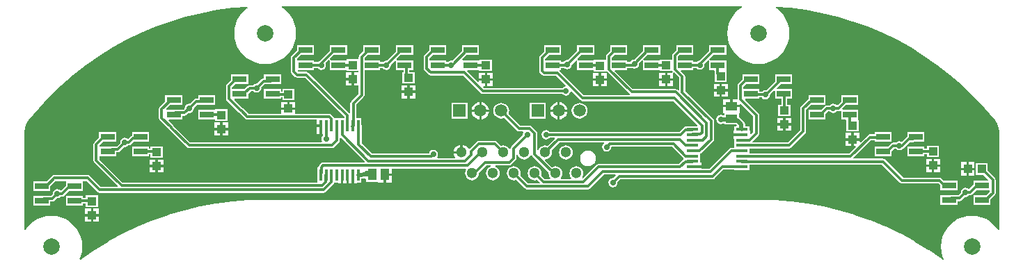
<source format=gtl>
%FSTAX23Y23*%
%MOMM*%
%SFA1B1*%

%IPPOS*%
%ADD10R,1.099998X0.999998*%
%ADD11R,0.999998X1.099998*%
%ADD12R,1.099998X1.399997*%
%ADD13R,1.449997X0.389999*%
%ADD14R,0.389999X1.449997*%
%ADD15R,1.399997X1.099998*%
%ADD16R,1.659997X0.789998*%
%ADD17C,0.299999*%
%ADD18C,0.499999*%
%ADD19C,1.499997*%
%ADD20R,1.499997X1.499997*%
%ADD21C,1.299997*%
%ADD22C,1.999996*%
%ADD23C,0.699999*%
%LNfront_sensor-1*%
%LPD*%
G36*
X27999Y24169D02*
X27789Y24039D01*
X27339Y23659*
X26959Y23209*
X26649Y22709*
X26419Y22159*
X26279Y21589*
X26239Y20999*
X26279Y20409*
X26419Y19839*
X26649Y19289*
X26959Y18789*
X27339Y18339*
X27789Y17959*
X28289Y17649*
X28839Y17419*
X29409Y17279*
X29999Y17239*
X30589Y17279*
X31159Y17419*
X31709Y17649*
X32209Y17959*
X32659Y18339*
X33039Y18789*
X33349Y19289*
X33579Y19839*
X33719Y20409*
X33759Y20999*
X33719Y21589*
X33579Y22159*
X33349Y22709*
X33039Y23209*
X32659Y23659*
X32209Y24039*
X32119Y24099*
X32159Y24229*
X33879Y24089*
X35809Y23829*
X37719Y23469*
X39609Y23019*
X41479Y22459*
X43309Y21799*
X45099Y21049*
X46859Y20209*
X48559Y19269*
X50209Y18239*
X51809Y17129*
X53349Y15939*
X54819Y14669*
X56219Y13319*
X57539Y11889*
X58779Y10429*
X59059Y09969*
X59229Y09489*
X59289Y08939*
Y-02959*
X59169Y-02999*
X59039Y-02789*
X58659Y-02339*
X58209Y-01959*
X57709Y-01649*
X57159Y-01419*
X56589Y-01279*
X55999Y-01239*
X55409Y-01279*
X54839Y-01419*
X54289Y-01649*
X53789Y-01959*
X53339Y-02339*
X52959Y-02789*
X52649Y-03289*
X52419Y-03839*
X52279Y-04409*
X52239Y-04999*
X52279Y-05589*
X52419Y-06159*
X52569Y-06519*
X52469Y-06599*
X52379Y-06539*
X52369Y-06529*
X52349Y-06519*
X50739Y-05409*
X50719*
X50709Y-05389*
X49039Y-04379*
X49019Y-04369*
X49009Y-04359*
X47289Y-03429*
X47269Y-03419*
X47259Y-03409*
X45489Y-02579*
X45469Y-02569*
X45459Y-02559*
X43649Y-01819*
X43629Y-01809*
X43619Y-01799*
X41769Y-01149*
X41749*
X41739Y-01139*
X39859Y-00589*
X39839*
X39829Y-00579*
X37929Y-00129*
X37909Y-00119*
X37889*
X35969Y00239*
X35949*
X35929*
X33989Y00499*
X33979*
X33959*
X32009Y00649*
X31989*
X31969*
X30019Y00709*
X30009Y00699*
X29999Y00709*
X-29999*
X-30009Y00699*
X-30019Y00709*
X-31969Y00649*
X-31989*
X-32009*
X-33959Y00499*
X-33979*
X-33989*
X-35929Y00239*
X-35949*
X-35969*
X-37889Y-00119*
X-37909*
X-37929Y-00129*
X-39829Y-00579*
X-39839Y-00589*
X-39859*
X-41739Y-01139*
X-41749Y-01149*
X-41769*
X-43619Y-01799*
X-43629Y-01809*
X-43649Y-01819*
X-45459Y-02559*
X-45469Y-02569*
X-45489Y-02579*
X-47259Y-03409*
X-47269Y-03419*
X-47289Y-03429*
X-49009Y-04359*
X-49019Y-04369*
X-49039Y-04379*
X-50709Y-05389*
X-50719Y-05409*
X-50739*
X-52349Y-06519*
X-52369Y-06529*
X-52379Y-06539*
X-52469Y-06599*
X-52569Y-06519*
X-52419Y-06159*
X-52279Y-05589*
X-52239Y-04999*
X-52279Y-04409*
X-52419Y-03839*
X-52649Y-03289*
X-52959Y-02789*
X-53339Y-02339*
X-53789Y-01959*
X-54289Y-01649*
X-54839Y-01419*
X-55409Y-01279*
X-55999Y-01239*
X-56589Y-01279*
X-57159Y-01419*
X-57709Y-01649*
X-58209Y-01959*
X-58659Y-02339*
X-59039Y-02789*
X-59169Y-02999*
X-59289Y-02959*
Y08939*
X-59229Y09489*
X-59059Y09969*
X-58779Y10429*
X-57539Y11889*
X-56219Y13319*
X-54819Y14669*
X-53349Y15939*
X-51809Y17129*
X-50209Y18239*
X-48559Y19269*
X-46859Y20209*
X-45099Y21049*
X-43309Y21799*
X-41479Y22459*
X-39609Y23019*
X-37719Y23469*
X-35809Y23829*
X-33879Y24089*
X-32159Y24229*
X-32119Y24099*
X-32209Y24039*
X-32659Y23659*
X-33039Y23209*
X-33349Y22709*
X-33579Y22159*
X-33719Y21589*
X-33759Y20999*
X-33719Y20409*
X-33579Y19839*
X-33349Y19289*
X-33039Y18789*
X-32659Y18339*
X-32209Y17959*
X-31709Y17649*
X-31159Y17419*
X-30589Y17279*
X-29999Y17239*
X-29409Y17279*
X-28839Y17419*
X-28289Y17649*
X-27789Y17959*
X-27339Y18339*
X-26959Y18789*
X-26649Y19289*
X-26419Y19839*
X-26279Y20409*
X-26239Y20999*
X-26279Y21589*
X-26419Y22159*
X-26649Y22709*
X-26959Y23209*
X-27339Y23659*
X-27789Y24039*
X-27999Y24169*
X-27959Y24289*
X27959*
X27999Y24169*
G37*
%LNfront_sensor-2*%
%LPC*%
G36*
X42329Y08849D02*
X41619D01*
Y08199*
X42329*
Y08849*
G37*
G36*
X41329D02*
X40619D01*
Y08199*
X41329*
Y08849*
G37*
G36*
X-34499Y09169D02*
X-35199D01*
Y08519*
X-34499*
Y09169*
G37*
G36*
X-35499D02*
X-36199D01*
Y08519*
X-35499*
Y09169*
G37*
G36*
X50199Y08989D02*
X48139D01*
Y08409*
X48049Y08349*
X47449Y07759*
X47359Y07819*
X47149Y07859*
X46939Y07819*
X46749Y07699*
X46729Y07659*
X46399*
X46259Y07629*
X46149Y07549*
X45789Y07199*
X44139*
Y06009*
X46199*
Y06589*
X46549Y06939*
X46729*
X46749Y06899*
X46939Y06779*
X47149Y06739*
X47359Y06779*
X47549Y06899*
X47579Y06959*
X47639Y06969*
X47749Y07049*
X48449Y07739*
X48869*
X48999Y07769*
X49059Y07799*
X50199*
Y08989*
G37*
G36*
X-42449Y07219D02*
X-43949D01*
Y06959*
X-44139*
Y07199*
X-46199*
Y06009*
X-44139*
Y06239*
X-43949*
Y05829*
X-42449*
Y07219*
G37*
G36*
X-06249Y07419D02*
X-06339Y07399D01*
X-06579Y07309*
X-06769Y07149*
X-06929Y06959*
X-07019Y06719*
X-07029Y06629*
X-06249*
Y07419*
G37*
G36*
X41329Y07899D02*
X40619D01*
Y07249*
X41329*
Y07899*
G37*
G36*
X51999Y07279D02*
X50499D01*
Y06959*
X50199*
Y07199*
X48139*
Y06009*
X50199*
Y06239*
X50499*
Y05879*
X51999*
Y07279*
G37*
G36*
X-23379Y09559D02*
X-23729D01*
Y08679*
X-23379*
Y09559*
G37*
G36*
X-34599Y11729D02*
X-36099D01*
Y11689*
X-38159*
Y10509*
X-36099*
Y10379*
Y10329*
X-34599*
Y11729*
G37*
G36*
X33999Y10699D02*
X33299D01*
Y10049*
X33999*
Y10699*
G37*
G36*
X-02769Y11409D02*
X-03659D01*
Y10519*
X-03539Y10529*
X-03279Y10639*
X-03059Y10809*
X-02889Y11029*
X-02789Y11279*
X-02769Y11409*
G37*
G36*
X-03959D02*
X-04849D01*
X-04829Y11279*
X-04729Y11029*
X-04559Y10809*
X-04339Y10639*
X-04079Y10529*
X-03959Y10519*
Y11409*
G37*
G36*
X32999Y10699D02*
X32299D01*
Y10049*
X32999*
Y10699*
G37*
G36*
X33999Y09749D02*
X33299D01*
Y09099*
X33999*
Y09749*
G37*
G36*
X32999D02*
X32299D01*
Y09099*
X32999*
Y09749*
G37*
G36*
X-34499Y10119D02*
X-35199D01*
Y09469*
X-34499*
Y10119*
G37*
G36*
X-35499D02*
X-36199D01*
Y09469*
X-35499*
Y10119*
G37*
G36*
X-14599Y03619D02*
X-15299D01*
Y02779*
X-14599*
Y03619*
G37*
G36*
X57869Y05199D02*
X56469D01*
Y03699*
X57419*
X57959Y03159*
X57909Y03049*
X56169*
Y02519*
X55639Y01989*
X55599Y01999*
X55409Y02119*
X55199Y02159*
X54989Y02119*
X54799Y01999*
X54679Y01809*
X54639Y01599*
X54649Y01549*
X54349Y01259*
X53449*
X53389Y01249*
X52169*
Y00049*
X54229*
Y00539*
X54499*
X54639Y00569*
X54749Y00649*
X55149Y01049*
X55199Y01039*
X55409Y01079*
X55599Y01199*
X55619Y01239*
X55749*
X55889Y01269*
X55999Y01349*
X56509Y01859*
X58169*
Y01699*
X57719Y01249*
X56169*
Y00049*
X58229*
Y00749*
X58779Y01299*
X58849Y01409*
X58879Y01549*
Y03099*
X58849Y03239*
X58779Y03349*
X57869Y04249*
Y05199*
G37*
G36*
X56279Y04299D02*
X55629D01*
Y03599*
X56279*
Y04299*
G37*
G36*
X55329D02*
X54679D01*
Y03599*
X55329*
Y04299*
G37*
G36*
X-50299Y01229D02*
X-51799D01*
Y00959*
X-52169*
Y01199*
X-54229*
Y0*
X-52169*
Y00239*
X-51799*
Y-00169*
X-50299*
Y01229*
G37*
G36*
X-50199Y-01329D02*
X-50899D01*
Y-01979*
X-50199*
Y-01329*
G37*
G36*
X-51199D02*
X-51899D01*
Y-01979*
X-51199*
Y-01329*
G37*
G36*
X-50199Y-00379D02*
X-50899D01*
Y-01029*
X-50199*
Y-00379*
G37*
G36*
X-51199D02*
X-51899D01*
Y-01029*
X-51199*
Y-00379*
G37*
G36*
X-43349Y04669D02*
X-44049D01*
Y04019*
X-43349*
Y04669*
G37*
G36*
X-42349Y05619D02*
X-43049D01*
Y04969*
X-42349*
Y05619*
G37*
G36*
X-43349D02*
X-44049D01*
Y04969*
X-43349*
Y05619*
G37*
G36*
X52099Y05669D02*
X51399D01*
Y05019*
X52099*
Y05669*
G37*
G36*
X51099D02*
X50399D01*
Y05019*
X51099*
Y05669*
G37*
G36*
X56279Y05299D02*
X55629D01*
Y04599*
X56279*
Y05299*
G37*
G36*
X51099Y04719D02*
X50399D01*
Y04069*
X51099*
Y04719*
G37*
G36*
X-42349Y04669D02*
X-43049D01*
Y04019*
X-42349*
Y04669*
G37*
G36*
X55329Y05299D02*
X54679D01*
Y04599*
X55329*
Y05299*
G37*
G36*
X52099Y04719D02*
X51399D01*
Y04069*
X52099*
Y04719*
G37*
G36*
X26269Y13899D02*
X25579D01*
Y13249*
X26269*
Y13899*
G37*
G36*
X-26419Y14229D02*
X-27919D01*
Y13879*
X-28069*
Y14189*
X-30129*
Y13009*
X-28069*
Y13169*
X-27919*
Y12829*
X-26419*
Y14229*
G37*
G36*
X-12719Y14669D02*
X-13419D01*
Y14019*
X-12719*
Y14669*
G37*
G36*
Y13719D02*
X-13419D01*
Y13069*
X-12719*
Y13719*
G37*
G36*
X-11729D02*
X-12419D01*
Y13069*
X-11729*
Y13719*
G37*
G36*
X25279Y13899D02*
X24579D01*
Y13249*
X25279*
Y13899*
G37*
G36*
X-11729Y14669D02*
X-12419D01*
Y14019*
X-11729*
Y14669*
G37*
G36*
X-03279Y16169D02*
X-03969D01*
Y15519*
X-03279*
Y16169*
G37*
G36*
X-02279D02*
X-02969D01*
Y15519*
X-02279*
Y16169*
G37*
G36*
X26099Y19529D02*
X24039D01*
Y18849*
X22869Y17679*
X22689Y17639*
X22499Y17519*
X22479Y17489*
X22099*
Y17729*
X20239*
Y18169*
X20419Y18339*
X22099*
Y19529*
X20039*
Y18969*
X19629Y18569*
X19559Y18449*
X19529Y18309*
Y17769*
X18049*
Y17729*
X16099*
X16069*
X16049Y17779*
X16019Y17859*
X16499Y18339*
X18059*
Y19529*
X15999*
Y18849*
X14959Y17809*
X14949*
X14739Y17769*
X14549Y17649*
X14449Y17489*
X14059*
Y17729*
X12209*
Y18059*
X12489Y18339*
X14059*
Y19529*
X11999*
Y18859*
X11599Y18459*
X11519Y18339*
X11499Y18199*
Y17749*
X09999*
Y17729*
X08069*
X08039*
X08019Y17779*
X07989Y17859*
X08469Y18339*
X10029*
Y19529*
X07969*
Y18849*
X06839Y17719*
X06749Y17739*
X06539Y17689*
X06349Y17569*
X06299Y17489*
X06029*
Y17729*
X04079*
Y17879*
X04539Y18339*
X06029*
Y19529*
X03969*
Y18769*
X03469Y18279*
X03399Y18159*
X03369Y18019*
Y16419*
X03399Y16289*
X03469Y16169*
X03719Y15919*
X03839Y15849*
X03969Y15819*
X05389*
X06559Y14659*
X06509Y14519*
X06389Y14489*
X06199Y14369*
X06179Y14329*
X-03349*
X-03479Y14459*
X-03429Y14569*
X-03279*
Y15219*
X-03969*
Y15119*
X-04089Y15069*
X-05429Y16409*
X-05379Y16539*
X-03969*
X-03879Y16459*
Y16379*
X-02379*
Y17769*
X-03869*
Y17779*
X-03969Y17729*
X-05929*
X-05959*
X-05979Y17779*
X-06009Y17859*
X-05529Y18339*
X-03969*
Y19529*
X-06029*
Y18849*
X-07219Y17659*
X-07349Y17689*
X-07559Y17639*
X-07749Y17519*
X-07769Y17489*
X-07969*
Y17729*
X-09989*
Y17929*
X-09579Y18339*
X-07969*
Y19529*
X-10029*
Y18899*
X-10599Y18329*
X-10679Y18209*
X-10709Y18079*
Y16699*
X-10679Y16559*
X-10599Y16449*
X-10129Y15969*
X-10009Y15899*
X-09879Y15869*
X-05899*
X-03749Y13719*
X-03639Y13649*
X-03499Y13619*
X06179*
X06199Y13579*
X06389Y13459*
X06599Y13409*
X06809Y13459*
X06999Y13579*
X07119Y13759*
X07139Y13889*
X07279Y13929*
X08379Y12829*
X08499Y12749*
X08639Y12719*
X19659*
X22599Y09789*
X22549Y09669*
X21099*
Y09579*
X20999Y09559*
X20889Y09479*
X20399Y08989*
X04609*
X04589Y09029*
X04409Y09149*
X04189Y09199*
X03979Y09149*
X03789Y09029*
X03669Y08849*
X03629Y08639*
X03669Y08419*
X03789Y08239*
X03979Y08119*
X04189Y08079*
X04409Y08119*
X04589Y08239*
X04609Y08279*
X05199*
X05239Y08159*
X04359Y07279*
X04289Y07309*
X04059Y07329*
X03839Y07309*
X03639Y07219*
X03459Y07079*
X03319Y06909*
X03259Y06749*
X03129Y06779*
Y08829*
X03099Y08969*
X03029Y09079*
X02469Y09639*
X02349Y09719*
X02219Y09749*
X01039*
X-00399Y11189*
X-00339Y11309*
X-00309Y11559*
X-00339Y11809*
X-00439Y12039*
X-00589Y12229*
X-00789Y12389*
X-01019Y12479*
X-01269Y12519*
X-01519Y12479*
X-01749Y12389*
X-01949Y12229*
X-02099Y12039*
X-02199Y11809*
X-02229Y11559*
X-02199Y11309*
X-02099Y11079*
X-01949Y10879*
X-01749Y10729*
X-01519Y10629*
X-01269Y10599*
X-01019Y10629*
X-00899Y10679*
X00639Y09139*
X00759Y09059*
X00899Y09029*
X01359*
X01419Y08909*
X01389Y08849*
X01339Y08639*
X01349Y08589*
X-00029Y07209*
X-00099Y07089*
X-00129Y06959*
Y06899*
X-00259Y06869*
X-00269Y06909*
X-00409Y07079*
X-00589Y07219*
X-00789Y07309*
X-01019Y07329*
X-01239Y07309*
X-01309Y07279*
X-01819Y07779*
X-01929Y07859*
X-02069Y07889*
X-03989*
X-04129Y07859*
X-04239Y07779*
X-05109Y06919*
X-05259Y06929*
X-05269Y06959*
X-05419Y07149*
X-05619Y07309*
X-05849Y07399*
X-05949Y07419*
Y06479*
X-06099*
Y06329*
X-07029*
X-07019Y06229*
X-06929Y05999*
X-06859Y05909*
X-06919Y05779*
X-09029*
X-09089Y05909*
X-09009Y06039*
X-08959Y06249*
X-09009Y06459*
X-09129Y06649*
X-09309Y06769*
X-09519Y06809*
X-09739Y06769*
X-09919Y06649*
X-10039Y06459*
X-10069Y06329*
X-16979*
X-18259Y07609*
Y09769*
X-18279Y09909*
Y10629*
X-18919*
Y12319*
X-18019Y13219*
X-17949Y13339*
X-17919Y13479*
Y16539*
X-15999*
Y16779*
X-15699*
X-15649Y16699*
X-15459Y16579*
X-15249Y16539*
X-15039Y16579*
X-14849Y16699*
X-14729Y16889*
X-14689Y17099*
X-14699Y17169*
X-14189Y17679*
X-14059Y17629*
Y16539*
X-13159*
Y16269*
X-13319*
Y14869*
X-11819*
Y16269*
X-12439*
Y16539*
X-11999*
Y17729*
X-13959*
X-14009Y17859*
X-13529Y18339*
X-11999*
Y19529*
X-14059*
Y18819*
X-15219Y17659*
X-15249*
X-15459Y17619*
X-15649Y17499*
Y17489*
X-15999*
Y17729*
X-17919*
Y17949*
X-17529Y18339*
X-15999*
Y19529*
X-18059*
Y18819*
X-18529Y18349*
X-18599Y18239*
X-18629Y18099*
Y17829*
X-20079*
Y17729*
X-21969*
X-21989*
X-22099Y17849*
Y17889*
X-21659Y18339*
X-20039*
Y19529*
X-22099*
Y18909*
X-23429Y17569*
X-23549Y17499*
Y17489*
X-24039*
Y17729*
X-26019*
X-26099*
X-26139Y17839*
Y17849*
X-25659Y18339*
X-24039*
Y19529*
X-26099*
Y18909*
X-26749Y18249*
X-26829Y18139*
X-26859Y17999*
Y16349*
X-26829Y16209*
X-26749Y16099*
X-26349Y15699*
X-26239Y15619*
X-26099Y15589*
X-25109*
X-20339Y10819*
Y10629*
X-21629*
X-21649Y10729*
X-21729Y10849*
X-21969Y11089*
X-22079Y11159*
X-22219Y11189*
X-26329*
Y11669*
X-27169*
X-28019*
Y11189*
X-32019*
X-32649Y11819*
X-32759Y11889*
X-33759Y12889*
X-33709Y13009*
X-32069*
Y13629*
X-31729Y13969*
X-31449*
X-31419Y13929*
X-31239Y13809*
X-31019Y13759*
X-30809Y13809*
X-30629Y13929*
X-30509Y14109*
X-30459Y14319*
X-30469Y14369*
X-30049Y14789*
X-29349*
X-29289Y14809*
X-28069*
Y15989*
X-30129*
Y15509*
X-30199*
X-30339Y15479*
X-30449Y15399*
X-30979Y14879*
X-31019Y14889*
X-31239Y14839*
X-31419Y14719*
X-31449Y14679*
X-31879*
X-32009Y14649*
X-32129Y14579*
X-32509Y14189*
X-34019*
Y14399*
X-33619Y14809*
X-32069*
Y15989*
X-34129*
Y15299*
X-34629Y14799*
X-34699Y14689*
X-34729Y14549*
Y12999*
X-34699Y12859*
X-34629Y12749*
X-33189Y11309*
X-33079Y11229*
X-33069*
X-32419Y10579*
X-32309Y10509*
X-32169Y10479*
X-23729*
Y09859*
X-23229*
Y09709*
X-23079*
Y08679*
X-23009*
X-22969Y08549*
X-22979*
X-23099Y08369*
X-23139Y08149*
X-23099Y07939*
X-23039Y07849*
X-23109Y07719*
X-39099*
X-41139Y09769*
X-41149Y09779*
X-41759Y10389*
X-41709Y10509*
X-40099*
Y10939*
X-39779*
X-39639Y10969*
X-39519Y11049*
X-39269Y11299*
X-39219Y11289*
X-39009Y11329*
X-38829Y11449*
X-38709Y11639*
X-38659Y11849*
X-38669Y11899*
X-38279Y12289*
X-38159Y12309*
Y12299*
Y12309*
X-36099*
Y13489*
X-38159*
Y13029*
X-38399*
X-38539Y12999*
X-38649Y12929*
X-39179Y12399*
X-39219Y12409*
X-39439Y12369*
X-39619Y12249*
X-39739Y12059*
X-39789Y11849*
X-39779Y11799*
X-39919Y11659*
X-40099*
Y11689*
X-41979*
X-42029Y11809*
X-41539Y12309*
X-40099*
Y13489*
X-42159*
Y12689*
X-42829Y12029*
X-42899Y11909*
X-42929Y11769*
Y10699*
X-42899Y10559*
X-42829Y10449*
X-41659Y09279*
X-41649Y09269*
X-39499Y07109*
X-39379Y07039*
X-39239Y07009*
X-21839*
X-21709Y07039*
X-21589Y07109*
X-21029Y07679*
X-20949Y07789*
X-20919Y07929*
Y08239*
X-20799Y08289*
X-17849Y05339*
X-17899Y05229*
X-18239*
X-18319Y05239*
X-22939*
X-23079Y05209*
X-23189Y05139*
X-23429Y04899*
X-23509Y04779*
X-23529Y04679*
X-23619*
Y02829*
X-23729Y02769*
X-47319*
X-50169Y05619*
Y06009*
X-48139*
Y06489*
X-47919*
X-47789Y06519*
X-47669Y06599*
X-47119Y07149*
X-47079Y07139*
X-46859Y07179*
X-46679Y07299*
X-46649Y07339*
X-46579*
X-46439Y07369*
X-46319Y07449*
X-45969Y07799*
X-44139*
Y08989*
X-46199*
Y08509*
X-46239Y08499*
X-46349Y08429*
X-46679Y08099*
X-46859Y08219*
X-47079Y08259*
X-47289Y08219*
X-47469Y08099*
X-47589Y07909*
X-47639Y07699*
X-47629Y07649*
X-48069Y07209*
X-48649*
X-48709Y07199*
X-50169*
Y07329*
X-49689Y07799*
X-48139*
Y08989*
X-50199*
Y08309*
X-50779Y07729*
X-50849Y07609*
X-50879Y07469*
Y05469*
X-50849Y05339*
X-50779Y05219*
X-47939Y02389*
X-47989Y02269*
X-50019*
X-51349Y03599*
X-51459Y03679*
X-51599Y03709*
X-55669*
X-55809Y03679*
X-55929Y03599*
X-56529Y02989*
X-58229*
Y01799*
X-56169*
Y02349*
X-55529Y02989*
X-54229*
Y02419*
X-54759Y01899*
X-54879Y01849*
X-55059Y01969*
X-55279Y02009*
X-55489Y01969*
X-55669Y01849*
X-55789Y01659*
X-55839Y01449*
X-55829Y01399*
X-56019Y01209*
X-56949*
X-57009Y01199*
X-58229*
Y0*
X-56169*
Y00489*
X-55879*
X-55739Y00519*
X-55619Y00599*
X-55319Y00899*
X-55279Y00889*
X-55059Y00929*
X-54879Y01049*
X-54849Y01089*
X-54699*
X-54559Y01119*
X-54449Y01199*
X-53839Y01799*
X-52169*
Y02989*
X-51749*
X-50419Y01659*
X-50299Y01579*
X-50159Y01559*
X-22869*
X-22739Y01579*
X-22619Y01659*
X-21679Y02609*
X-21599Y02719*
X-21579Y02829*
X-21119*
Y02729*
X-20779*
Y03759*
X-20479*
Y02729*
X-20129*
Y03759*
X-19829*
Y02729*
X-19479*
Y03759*
X-19179*
Y02729*
X-18829*
Y02829*
X-18279*
Y03299*
X-17789Y03309*
X-17699Y03219*
Y02879*
X-16299*
Y02779*
X-15599*
Y03779*
X-15449*
Y03919*
X-14599*
Y04509*
X-05599*
X-05539Y04399*
X-05569Y04369*
X-05649Y04159*
X-05679Y03939*
X-05649Y03719*
X-05569Y03509*
X-05429Y03329*
X-05249Y03189*
X-05049Y03109*
X-04829Y03079*
X-04599Y03109*
X-04399Y03189*
X-04219Y03329*
X-04079Y03509*
X-03999Y03719*
X-03969Y03939*
Y03969*
X-03079Y04869*
X-02589*
X-02569Y04739*
X-02709Y04679*
X-02889Y04539*
X-03029Y04369*
X-03109Y04159*
X-03139Y03939*
X-03109Y03719*
X-03029Y03509*
X-02889Y03329*
X-02709Y03189*
X-02509Y03109*
X-02289Y03079*
X-02059Y03109*
X-01859Y03189*
X-01679Y03329*
X-01539Y03509*
X-01459Y03719*
X-01429Y03939*
X-01459Y04159*
X-01539Y04369*
X-01679Y04539*
X-01859Y04679*
X-02009Y04739*
X-01979Y04869*
X-00319*
X-00189Y04899*
X-00069Y04969*
X00479Y05519*
X00549Y05639*
X00579Y05779*
Y06199*
X00709Y06219*
X00779Y06049*
X00919Y05869*
X01099Y05729*
X01299Y05649*
X01519Y05619*
X01749Y05649*
X01949Y05729*
X02129Y05869*
X02269Y06049*
X02309Y06159*
X02439Y06149*
X02449Y06139*
X02519Y06019*
X04489Y04049*
X04479Y03939*
X04509Y03719*
X04589Y03509*
X04699Y03369*
X04649Y03239*
X03999*
X03589Y03639*
X03619Y03719*
X03649Y03939*
X03619Y04159*
X03539Y04369*
X03399Y04539*
X03219Y04679*
X03019Y04769*
X02789Y04789*
X02569Y04769*
X02369Y04679*
X02189Y04539*
X02049Y04369*
X01969Y04159*
X01939Y03939*
X01969Y03719*
X02049Y03509*
X02189Y03329*
X02369Y03189*
X02569Y03109*
X02789Y03079*
X03019Y03109*
X03089Y03139*
X03419Y02799*
X03369Y02689*
X02009*
X01049Y03639*
X01079Y03719*
X01109Y03939*
X01079Y04159*
X00999Y04369*
X00859Y04539*
X00679Y04679*
X00479Y04769*
X00249Y04789*
X00029Y04769*
X-00169Y04679*
X-00349Y04539*
X-00489Y04369*
X-00569Y04159*
X-00599Y03939*
X-00569Y03719*
X-00489Y03509*
X-00349Y03329*
X-00169Y03189*
X00029Y03109*
X00249Y03079*
X00479Y03109*
X00549Y03139*
X01609Y02079*
X01729Y01999*
X01859Y01969*
X09309*
X09449Y01999*
X09569Y02079*
X11259Y03769*
X12619*
X12669Y03649*
X12369Y03349*
X12319*
X12099Y03309*
X11919Y03189*
X11799Y03009*
X11759Y02789*
X11799Y02579*
X11919Y02399*
X12099Y02279*
X12319Y02229*
X12529Y02279*
X12719Y02399*
X12839Y02579*
X12879Y02789*
X12869Y02839*
X13239Y03219*
X24449*
X24579Y03239*
X24699Y03319*
X25749Y04369*
X27049*
Y04329*
X28899*
Y05019*
X45019*
X47249Y02799*
X47359Y02719*
X47499Y02689*
X51929*
X52169Y02449*
Y01859*
X54229*
Y03049*
X52579*
X52329Y03299*
X52209Y03379*
X52079Y03399*
X47649*
X45419Y05629*
X45309Y05699*
X45169Y05729*
X41639*
X41589Y05859*
X43699Y07969*
X44139*
Y07799*
X46199*
Y08989*
X44139*
Y08679*
X43549*
X43409Y08649*
X43299Y08579*
X42439Y07719*
X42329Y07769*
Y07899*
X41619*
Y07249*
X41799*
X41849Y07129*
X41079Y06359*
X28899*
Y06969*
X33769*
X33909Y06999*
X34029Y07069*
X35719Y08769*
X35799Y08889*
X35829Y09019*
Y11699*
X36429Y12309*
X38159*
Y13489*
X36099*
Y12979*
X35219Y12099*
X35139Y11979*
X35119Y11849*
Y09169*
X33629Y07679*
X29289*
X29239Y07809*
X29999Y08569*
X30079Y08689*
X30109Y08819*
Y11019*
X30079Y11159*
X29999Y11279*
X28389Y12889*
X28439Y13009*
X30129*
Y13189*
X30419*
X30479Y13099*
X30659Y12979*
X30879Y12939*
X31089Y12979*
X31269Y13099*
X31389Y13289*
X31439Y13499*
X31429Y13519*
X31949Y14039*
X32069Y13989*
Y13009*
X32789*
Y12299*
X32399*
Y10899*
X33899*
Y12299*
X33509*
Y13009*
X34129*
Y14189*
X32269*
X32229Y14309*
X32719Y14809*
X34129*
Y15989*
X32069*
Y15169*
X30949Y14049*
X30879Y14059*
X30659Y14019*
X30489Y13909*
X30129*
Y14189*
X28209*
Y14479*
X28529Y14809*
X30129*
Y15989*
X28069*
Y15349*
X27599Y14879*
X27519Y14759*
X27489Y14619*
Y12979*
X26899*
Y12269*
X27749*
Y12349*
X27869Y12399*
X29389Y10879*
Y08969*
X29119Y08699*
X28999Y08749*
Y09119*
X28899*
Y09669*
X28389*
Y09899*
X28349Y10069*
X28249Y10219*
X27719Y10749*
X27649Y10799*
Y11269*
X27749*
Y11979*
X25749*
Y11269*
X25849*
Y11029*
X25719Y10979*
X25659Y11019*
X25449Y11059*
X25239Y11019*
X25049Y10899*
X24929Y10709*
X24889Y10499*
X24929Y10289*
X25049Y10099*
X25239Y09979*
X25449Y09939*
X25659Y09979*
X25719Y10019*
X25849Y09969*
Y09879*
X27289*
X27369Y09779*
X27319Y09669*
X27049*
Y09119*
X26949*
Y08769*
X27979*
Y08469*
X26949*
Y08129*
X27049*
Y07029*
X26769*
X26629Y06999*
X26509Y06929*
X24069Y04479*
X23049*
Y04569*
X22019*
Y04879*
X23049*
Y05219*
X22949*
Y06329*
X22999Y06349*
X23119Y06419*
X24509Y07819*
X24589Y07929*
X24619Y08069*
Y10299*
X24589Y10439*
X24509Y10559*
X21109Y13959*
Y15729*
X21079Y15869*
X20999Y15979*
X20559Y16419*
X20609Y16539*
X22099*
Y16779*
X22469*
X22499Y16729*
X22689Y16609*
X22899Y16559*
X23109Y16609*
X23299Y16729*
X23419Y16909*
X23459Y17119*
X23439Y17239*
X23909Y17709*
X24039Y17659*
Y17629*
Y16539*
X24579*
X24679Y16449*
Y15049*
X26169*
Y16449*
X26099Y16539*
Y17729*
X24139*
X24129*
X24099*
X24079Y17779*
X24049Y17859*
X24539Y18339*
X26099*
Y19529*
G37*
G36*
X25279Y14849D02*
X24579D01*
Y14199*
X25279*
Y14849*
G37*
G36*
X26269D02*
X25579D01*
Y14199*
X26269*
Y14849*
G37*
G36*
X-02279Y15219D02*
X-02969D01*
Y14569*
X-02279*
Y15219*
G37*
G36*
X04119Y12509D02*
X02219D01*
Y10609*
X04119*
Y12509*
G37*
G36*
X-03959Y12599D02*
X-04079Y12579D01*
X-04339Y12469*
X-04559Y12309*
X-04729Y12089*
X-04829Y11829*
X-04849Y11709*
X-03959*
Y12599*
G37*
G36*
X-03659D02*
Y11709D01*
X-02769*
X-02789Y11829*
X-02889Y12089*
X-03059Y12309*
X-03279Y12469*
X-03539Y12579*
X-03659Y12599*
G37*
G36*
X-05399Y12509D02*
X-07299D01*
Y10609*
X-05399*
Y12509*
G37*
G36*
X05569Y11409D02*
X04679D01*
X04689Y11279*
X04799Y11029*
X04969Y10809*
X05189Y10639*
X05439Y10529*
X05569Y10519*
Y11409*
G37*
G36*
X06749D02*
X05859D01*
Y10519*
X05989Y10529*
X06239Y10639*
X06459Y10809*
X06629Y11029*
X06739Y11279*
X06749Y11409*
G37*
G36*
X08259Y12519D02*
X08009Y12479D01*
X07779Y12389*
X07579Y12229*
X07429Y12039*
X07329Y11809*
X07299Y11559*
X07329Y11309*
X07429Y11079*
X07579Y10879*
X07779Y10729*
X08009Y10629*
X08259Y10599*
X08499Y10629*
X08729Y10729*
X08929Y10879*
X09079Y11079*
X09179Y11309*
X09209Y11559*
X09179Y11809*
X09079Y12039*
X08929Y12229*
X08729Y12389*
X08499Y12479*
X08259Y12519*
G37*
G36*
X-26329Y12619D02*
X-27019D01*
Y11969*
X-26329*
Y12619*
G37*
G36*
X42159Y13489D02*
X40099D01*
Y12709*
X39659Y12259*
X39519Y12249*
X39339Y12369*
X39119Y12409*
X38909Y12369*
X38729Y12249*
X38699Y12209*
X38349*
X38209Y12179*
X38099Y12099*
X37689Y11689*
X36099*
Y10509*
X38159*
Y11159*
X38499Y11489*
X38699*
X38729Y11449*
X38909Y11329*
X39119Y11289*
X39339Y11329*
X39519Y11449*
X39549Y11489*
X39749*
X39889Y11519*
X39979Y11579*
X40059Y11549*
X40099Y11519*
Y10509*
X40619*
X40719Y10449*
Y09049*
X42219*
Y10449*
X42159Y10509*
Y11689*
X40279*
X40229Y11819*
X40709Y12309*
X42159*
Y13489*
G37*
G36*
X-27329Y12619D02*
X-28019D01*
Y11969*
X-27329*
Y12619*
G37*
G36*
X05569Y12599D02*
X05439Y12579D01*
X05189Y12469*
X04969Y12309*
X04799Y12089*
X04689Y11829*
X04679Y11709*
X05569*
Y12599*
G37*
G36*
X26599Y12979D02*
X25749D01*
Y12269*
X26599*
Y12979*
G37*
G36*
X05859Y12599D02*
Y11709D01*
X06749*
X06739Y11829*
X06629Y12089*
X06459Y12309*
X06239Y12469*
X05989Y12579*
X05859Y12599*
G37*
%LNfront_sensor-3*%
%LPD*%
G36*
X11269Y07599D02*
X11149Y07519D01*
X11029Y07339*
X10989Y07119*
X11029Y06909*
X11149Y06729*
X11339Y06609*
X11549Y06559*
X11759Y06609*
X11949Y06729*
X12069Y06909*
X12109Y07119*
X12149Y07169*
X19519*
X20899Y05799*
X20909Y05699*
X20889Y05639*
X20869Y05629*
X20299Y05059*
X10539*
X10399Y05029*
X10289Y04949*
X08659Y03319*
X08639Y03329*
X08589Y03469*
X08619Y03509*
X08699Y03719*
X08729Y03939*
X08699Y04159*
X08619Y04369*
X08479Y04539*
X08299Y04679*
X08099Y04769*
X07869Y04789*
X07649Y04769*
X07449Y04679*
X07269Y04539*
X07129Y04369*
X07049Y04159*
X07019Y03939*
X07049Y03719*
X07129Y03509*
X07239Y03369*
X07189Y03239*
X06019*
X05969Y03369*
X06079Y03509*
X06159Y03719*
X06189Y03939*
X06159Y04159*
X06079Y04369*
X05939Y04539*
X05759Y04679*
X05559Y04769*
X05329Y04789*
X05109Y04769*
X04909Y04679*
X04889Y04669*
X04049Y05499*
X04109Y05629*
X04289Y05649*
X04489Y05729*
X04669Y05869*
X04809Y06049*
X04889Y06259*
X04919Y06479*
X04889Y06699*
X04859Y06769*
X05819Y07729*
X11229*
X11269Y07599*
G37*
G36*
X07969Y17659D02*
Y17629D01*
Y16539*
X09999*
Y16349*
X11499*
X11619Y16329*
X14349Y13589*
X14389Y13559*
X14349Y13439*
X08779*
X05809Y16409*
X05819Y16469*
X05859Y16539*
X06029*
Y16779*
X06359*
X06539Y16659*
X06749Y16609*
X06959Y16659*
X07149Y16779*
X07269Y16959*
X07309Y17169*
Y17179*
X07839Y17709*
X07969Y17659*
G37*
G36*
X15999D02*
Y17629D01*
Y16539*
X18049*
Y16379*
X19549*
X19589Y16359*
X19609Y16299*
X19529Y16179*
X19519Y16169*
X18949*
Y15519*
X19649*
Y16049*
Y16149*
X19759Y16219*
X20389Y15579*
Y14059*
X20279Y14009*
X20189Y14099*
X20079Y14169*
X19939Y14199*
X14749*
X12529Y16419*
X12579Y16539*
X14059*
Y16779*
X14669*
X14739Y16729*
X14949Y16689*
X15159Y16729*
X15349Y16849*
X15469Y17039*
X15509Y17249*
X15489Y17329*
X15879Y17709*
X15999Y17659*
G37*
G36*
X-22099Y17619D02*
Y17609D01*
Y16539*
X-20079*
Y16429*
X-18629*
Y16219*
X-19169*
Y15419*
Y14619*
X-18629*
Y13619*
X-19529Y12719*
X-19609Y12609*
X-19639Y12469*
Y11299*
X-19759Y11249*
X-24709Y16199*
X-24829Y16279*
X-24969Y16309*
X-25949*
X-26059Y16409*
X-25999Y16539*
X-24039*
Y16779*
X-23599*
X-23549Y16699*
X-23359Y16579*
X-23149Y16539*
X-22939Y16579*
X-22749Y16699*
X-22629Y16889*
X-22589Y17099*
X-22629Y17309*
X-22649Y17339*
X-22259Y17739*
X-22219*
X-22099Y17619*
G37*
%LNfront_sensor-4*%
%LPC*%
G36*
X09269Y06699D02*
X09029Y06659D01*
X08789Y06569*
X08599Y06409*
X08439Y06219*
X08349Y05979*
X08319Y05739*
X08349Y05489*
X08439Y05259*
X08599Y05059*
X08789Y04909*
X09029Y04809*
X09269Y04779*
X09519Y04809*
X09749Y04909*
X09949Y05059*
X10099Y05259*
X10199Y05489*
X10229Y05739*
X10199Y05979*
X10099Y06219*
X09949Y06409*
X09749Y06569*
X09519Y06659*
X09269Y06699*
G37*
G36*
X06599Y07329D02*
X06379Y07309D01*
X06179Y07219*
X05999Y07079*
X05859Y06909*
X05779Y06699*
X05749Y06479*
X05779Y06259*
X05859Y06049*
X05999Y05869*
X06179Y05729*
X06379Y05649*
X06599Y05619*
X06829Y05649*
X07029Y05729*
X07209Y05869*
X07349Y06049*
X07429Y06259*
X07459Y06479*
X07429Y06699*
X07349Y06909*
X07209Y07079*
X07029Y07219*
X06829Y07309*
X06599Y07329*
G37*
G36*
X11599Y15199D02*
X10899D01*
Y14549*
X11599*
Y15199*
G37*
G36*
X10599D02*
X09899D01*
Y14549*
X10599*
Y15199*
G37*
G36*
Y16149D02*
X09899D01*
Y15499*
X10599*
Y16149*
G37*
G36*
X11599D02*
X10899D01*
Y15499*
X11599*
Y16149*
G37*
G36*
X18649Y16169D02*
X17949D01*
Y15519*
X18649*
Y16169*
G37*
G36*
Y15219D02*
X17949D01*
Y14569*
X18649*
Y15219*
G37*
G36*
X19649D02*
X18949D01*
Y14569*
X19649*
Y15219*
G37*
G36*
X-19479Y16219D02*
X-20169D01*
Y15569*
X-19479*
Y16219*
G37*
G36*
Y15269D02*
X-20169D01*
Y14619*
X-19479*
Y15269*
G37*
%LNfront_sensor-5*%
%LPD*%
G54D10*
X10749Y15349D03*
Y17049D03*
X18799Y15369D03*
Y17079D03*
X25419Y14049D03*
Y15749D03*
X-03119Y15369D03*
Y17079D03*
X51249Y04869D03*
Y06579D03*
X33149Y09899D03*
Y11599D03*
X-12569Y13869D03*
Y15569D03*
X41469Y08049D03*
Y09749D03*
X-19329Y15419D03*
Y17129D03*
X-35349Y09319D03*
Y11029D03*
X-27169Y11819D03*
Y13519D03*
X-43199Y04819D03*
Y06529D03*
X-51049Y-01179D03*
Y00529D03*
G54D11*
X55479Y04449D03*
X57169D03*
G54D12*
X-15449Y03779D03*
X-16949D03*
G54D13*
X22019Y09269D03*
Y08619D03*
Y07969D03*
Y07319D03*
Y06679D03*
Y06029D03*
Y05379D03*
Y04719D03*
X27979Y09269D03*
Y08619D03*
Y07969D03*
Y07319D03*
Y06679D03*
Y06029D03*
Y05379D03*
Y04719D03*
G54D14*
X-18679Y09709D03*
X-19329D03*
X-19979D03*
X-20629D03*
X-21279D03*
X-21929D03*
X-22579D03*
X-23229D03*
X-18679Y03759D03*
X-19329D03*
X-19979D03*
X-20629D03*
X-21279D03*
X-21929D03*
X-22579D03*
X-23229D03*
G54D15*
X26749Y12119D03*
Y10619D03*
G54D16*
X04999Y18929D03*
X08999D03*
Y17129D03*
X04999D03*
X13029Y18929D03*
X17029D03*
Y17129D03*
X13029D03*
X21069Y18929D03*
X25069D03*
Y17129D03*
X21069D03*
X-08999Y18929D03*
X-04999D03*
Y17129D03*
X-08999D03*
X53199Y02449D03*
X57199D03*
Y00649D03*
X53199D03*
X45169Y08399D03*
X49169D03*
Y06599D03*
X45169D03*
X29099Y15399D03*
X33099D03*
Y13599D03*
X29099D03*
X-17029Y18929D03*
X-13029D03*
Y17129D03*
X-17029D03*
X37129Y12899D03*
X41129D03*
Y11099D03*
X37129D03*
X-25069Y18929D03*
X-21069D03*
Y17129D03*
X-25069D03*
X-41129Y12899D03*
X-37129D03*
Y11099D03*
X-41129D03*
X-33099Y15399D03*
X-29099D03*
Y13599D03*
X-33099D03*
X-49169Y08399D03*
X-45169D03*
Y06599D03*
X-49169D03*
X-57199Y02399D03*
X-53199D03*
Y00599D03*
X-57199D03*
G54D17*
X21139Y09229D02*
X21979D01*
X22019Y09269*
X05109Y03939D02*
X05329D01*
X08729Y02879D02*
X10539Y04699D01*
X03849Y02879D02*
X08729D01*
X01859Y02329D02*
X09309D01*
X00899Y09389D02*
X02219D01*
X-01269Y11559D02*
X00899Y09389D01*
X-23229Y03889D02*
X-23179Y03939D01*
X-23229Y03759D02*
Y03889D01*
X08169Y11469D02*
X08259Y11559D01*
X05539Y16169D02*
X08639Y13079D01*
X22919Y08679D02*
X23149Y08909D01*
X22019Y08629D02*
Y08679D01*
Y07979D02*
X23239D01*
X23709Y08449*
X-19279Y09749D02*
Y12469D01*
X22019Y06679D02*
X22869D01*
X24259Y08069*
X45169Y05369D02*
X47499Y03049D01*
X27979Y05369D02*
X45169D01*
X-22629Y03709D02*
X-22579Y03759D01*
X-22629Y02859D02*
Y03709D01*
X-23079Y02409D02*
X-22629Y02859D01*
X27979Y06029D02*
X27999Y05999D01*
X-20629Y08629D02*
Y09709D01*
X08639Y13079D02*
X19809D01*
X23149Y09739*
Y08909D02*
Y09739D01*
X19939Y13839D02*
X23709Y10069D01*
Y08449D02*
Y10069D01*
X-41399Y09519D02*
X-39239Y07369D01*
X-21839*
X-21279Y07929*
Y09709*
X-22579Y08149D02*
Y09709D01*
X07999Y11559D02*
X08259D01*
X-21979Y09759D02*
Y10599D01*
Y09759D02*
X-21929Y09709D01*
X-19979D02*
Y10959D01*
X-18679Y09709D02*
X-18609Y09769D01*
X02789Y03939D02*
X03849Y02879D01*
X00249Y03939D02*
X01859Y02329D01*
X00219Y05779D02*
Y06959D01*
X01899Y08639*
X02779Y06279D02*
X05109Y03939D01*
X02779Y06279D02*
Y08829D01*
X02219Y09389D02*
X02779Y08829D01*
X09309Y02329D02*
X11109Y04129D01*
X12319Y02789D02*
X13099Y03569D01*
X-18319Y04889D02*
X-18299Y04869D01*
X-23179Y04649D02*
X-22939Y04889D01*
X-23179Y03939D02*
Y04649D01*
X-22939Y04889D02*
X-18319D01*
X-18609Y07459D02*
X-17129Y05979D01*
X-09799*
X-09519Y06249*
X-05659Y05419D02*
X-04899Y06179D01*
Y06619*
X-03989Y07529*
X-32169Y10839D02*
X-22219D01*
X-21979Y10599*
X13099Y03569D02*
X24449D01*
X25599Y04719*
X27979*
X11109Y04129D02*
X24219D01*
X26769Y06679*
X27979*
X-03989Y07529D02*
X-02069D01*
X-01019Y06479*
X-04829Y03939D02*
X-04509D01*
X-03219Y05219*
X-00319*
X00219Y05779*
X20539Y08639D02*
X21139Y09229D01*
X20429Y08079D02*
X21129Y07379D01*
X21969*
X22019Y07319*
X04059Y06479D02*
X05669Y08079D01*
X04189Y08639D02*
X20539D01*
X05669Y08079D02*
X20429D01*
X21169Y06029D02*
X22019D01*
X11549Y07119D02*
X11949Y07529D01*
X19669*
X21169Y06029*
X-05379Y04869D02*
X-03779Y06479D01*
X-03559*
X27999Y05999D02*
X41229D01*
X22019Y08679D02*
X22919D01*
X-18609Y07459D02*
Y09769D01*
X-41399Y09519D02*
Y09529D01*
X-32899Y11559D02*
X-32169Y10839D01*
X41229Y05999D02*
X43549Y08319D01*
X45089D02*
X45169Y08399D01*
X49169Y06599D02*
X51229D01*
X51249Y06579*
X27979Y07319D02*
X33769D01*
X35469Y09019*
Y11849*
X36529Y12899*
X37129*
X47499Y03049D02*
X52079D01*
X52669Y02449*
X53199*
X55199Y01599D02*
X55749D01*
X56599Y02449*
X57199*
X53199Y00649D02*
X53449Y00899D01*
X54499*
X55199Y01599*
X57169Y04449D02*
X58529Y03099D01*
Y01549D02*
Y03099D01*
X57619Y00649D02*
X58529Y01549D01*
X57199Y00649D02*
X57619D01*
X43549Y08319D02*
X45089D01*
X47149Y07299D02*
X47499D01*
X48869Y08099D02*
X49169Y08399D01*
X45169Y06599D02*
X45339Y06779D01*
X45879*
X46399Y07299*
X47149*
X47499D02*
X48299Y08099D01*
X48869*
X37599Y11099D02*
X38349Y11849D01*
X39119*
X39749D02*
X40799Y12899D01*
X41129*
Y11099D02*
X41149Y11079D01*
X33149Y11599D02*
Y13549D01*
X33099Y13599D02*
X33149Y13549D01*
X28619Y15399D02*
X29099D01*
X27849Y12929D02*
Y14619D01*
X28619Y15399*
X-53199Y00599D02*
X-51119D01*
X-51049Y00529*
X-55879Y00849D02*
X-55279Y01449D01*
X-56949Y00849D02*
X-55879D01*
X-57199Y00599D02*
X-56949Y00849D01*
X-47459Y02409D02*
X-23079D01*
X-49599Y08399D02*
X-49169D01*
X-50529Y05469D02*
X-47459Y02409D01*
X-50529Y05469D02*
Y07469D01*
X-49599Y08399*
X-45169Y06599D02*
X-43269D01*
X-43199Y06529*
X-53749Y02399D02*
X-53199D01*
X-55279Y01449D02*
X-54699D01*
X-53749Y02399*
X-50159Y01909D02*
X-22869D01*
X-51599Y03349D02*
X-50159Y01909D01*
X-57199Y02399D02*
X-56619D01*
X-55669Y03349*
X-51599*
X-47079Y07699D02*
X-46579D01*
X-46099Y08179*
X-45389*
X-45169Y08399*
X-47919Y06849D02*
X-47079Y07699D01*
X-48649Y06849D02*
X-47919D01*
X-48899Y06599D02*
X-48649Y06849D01*
X-49169Y06599D02*
X-48899D01*
X-42579Y10699D02*
X-41399Y09529D01*
X-42579Y10699D02*
Y11769D01*
X-41619Y12729*
X-37129Y11099D02*
X-35419D01*
X-35349Y11029*
X-32939Y11559D02*
X-32899D01*
X-33529Y15399D02*
X-33099D01*
X-34379Y12999D02*
X-32939Y11559D01*
X-34379Y12999D02*
Y14549D01*
X-33529Y15399*
X-39219Y11849D02*
X-38399Y12679D01*
X-37359*
X-37129Y12899*
X-41129Y11099D02*
X-40929Y11299D01*
X-39779*
X-39219Y11849*
X-29029Y13519D02*
X-27169D01*
X-29099Y13599D02*
X-29029Y13519D01*
X-31879Y14319D02*
X-31019D01*
X-32419Y13769D02*
X-31879Y14319D01*
X-31019D02*
X-30199Y15149D01*
X-29349*
X-29099Y15399*
X-24969Y15949D02*
X-19979Y10959D01*
X-26099Y15949D02*
X-24969D01*
X-26499Y16349D02*
X-26099Y15949D01*
X-26499Y16349D02*
Y17999D01*
X-25699Y18799*
X-21069Y17129D02*
X-21059D01*
X-21569Y18929D02*
X-21069D01*
X-13439D02*
X-13029D01*
X-15239Y17129D02*
X-13439Y18929D01*
X-05439D02*
X-04999D01*
X-07239Y17129D02*
X-05439Y18929D01*
X13029Y17129D02*
X14789D01*
X21069D02*
X22829D01*
X30959Y13549D02*
X32759Y15349D01*
X37129Y11099D02*
X37599D01*
X39119Y11849D02*
X39749D01*
X17089Y17079D02*
X18799D01*
X17029Y17129D02*
X17089Y17079D01*
X11849Y16589D02*
X14599Y13839D01*
X19939*
X11849Y16589D02*
Y18199D01*
X12579Y18929*
X13029*
X03969Y16169D02*
X05539D01*
X03719Y16419D02*
X03969Y16169D01*
X03719Y16419D02*
Y18019D01*
X04499Y18799*
X-10349Y16699D02*
X-09879Y16229D01*
X-10349Y16699D02*
Y18079D01*
X-09569Y18849*
X-19279Y12469D02*
X-18269Y13479D01*
Y18099*
X-17479Y18899*
X-17029Y17129D02*
X-15269D01*
X-25069D02*
X-23379D01*
X-04999D02*
X-03179D01*
X-03119Y17079*
X19889Y16589D02*
Y18309D01*
X20509Y18929*
X21069*
X20749Y13819D02*
Y15729D01*
X19889Y16589D02*
X20749Y15729D01*
X25069Y16109D02*
Y17129D01*
Y16109D02*
X25419Y15749D01*
X27979Y07979D02*
X28899D01*
X29749Y08819*
Y11019*
X27849Y12929D02*
X29749Y11019D01*
X-21929Y02859D02*
Y03759D01*
X-22869Y01909D02*
X-21929Y02859D01*
X10539Y04699D02*
X20449D01*
X21119Y05369*
X22019*
X-09879Y16229D02*
X-05749D01*
X-03499Y13979*
X06599*
X20749Y13819D02*
X24259Y10299D01*
Y08069D02*
Y10299D01*
X-20629Y08629D02*
X-17429Y05419D01*
X-05659*
X-18299Y04869D02*
X-05379D01*
X08999Y17129D02*
X09079Y17049D01*
X08999Y17129D02*
X10669D01*
X10749Y17049*
X-21069Y17129D02*
X-19329D01*
X-19379Y09649D02*
X-19279Y09749D01*
X-08999Y17129D02*
X-07349D01*
X-23369D02*
X-21569Y18929D01*
X04999Y17129D02*
X06749D01*
X06779Y17149D02*
X08559Y18929D01*
X14929Y17269D02*
X16589Y18929D01*
X22859Y17169D02*
X24629Y18929D01*
X29199Y13549D02*
X30879D01*
X41149Y09999D02*
Y11079D01*
X-13029Y17129D02*
X-12799Y16899D01*
Y15619D02*
Y16899D01*
X41149Y09999D02*
X41419Y09729D01*
G54D18*
X27929Y09369D02*
Y09899D01*
Y09369D02*
X27979Y09319D01*
X27399Y10429D02*
X27929Y09899D01*
X27079Y10429D02*
X27399D01*
X25449Y10499D02*
X26619D01*
X26749Y10619*
X-18629Y03759D02*
X-17669Y03769D01*
X-16949Y03779*
G54D19*
X-01269Y11559D03*
X-03809D03*
X08259D03*
X05719D03*
G54D20*
X-06349Y11559D03*
X03169D03*
G54D21*
X-01019Y06479D03*
X00249Y03939D03*
X01519Y06479D03*
X02789Y03939D03*
X04059Y06479D03*
X05329Y03939D03*
X06599Y06479D03*
X07869Y03939D03*
X-02289D03*
X-03559Y06479D03*
X-04829Y03939D03*
X-06099Y06479D03*
G54D22*
X55999Y-04999D03*
X29999Y20999D03*
X-55999Y-04999D03*
X-29999Y20999D03*
G54D23*
X04189Y08639D03*
X12319Y02789D03*
X-22579Y08149D03*
X01899Y08639D03*
X-45849Y-01269D03*
X-12569Y02159D03*
X-34159Y05209D03*
X-55369Y09019D03*
X-45969Y18289D03*
X-20569Y23239D03*
X-00129Y23109D03*
X18669Y23619D03*
X39239Y21079D03*
X52959Y13719D03*
X49149Y-00629D03*
X26539Y02289D03*
X-33699Y09519D03*
X-15109Y12189D03*
X13459Y10799D03*
X19939Y15239D03*
X-23239Y12569D03*
X31999Y08639D03*
X43329Y06719D03*
X23649Y06349D03*
X-09519Y06249D03*
X-10199Y10679D03*
X-13349Y08069D03*
X-01199Y08949D03*
X11549Y07119D03*
X09699Y09649D03*
X16199Y06719D03*
X55199Y01599D03*
X47149Y07299D03*
X39119Y11849D03*
X-55279Y01449D03*
X-47079Y07699D03*
X-39219Y11849D03*
X-31019Y14319D03*
X30879Y13499D03*
X22899Y17119D03*
X-15249Y17099D03*
X-23149D03*
X-07349Y17119D03*
X06599Y13979D03*
X06749Y17169D03*
X14949Y17249D03*
X25449Y10499D03*
X-17669Y03879D03*
X-20519Y13949D03*
X12699Y14319D03*
M02*
</source>
